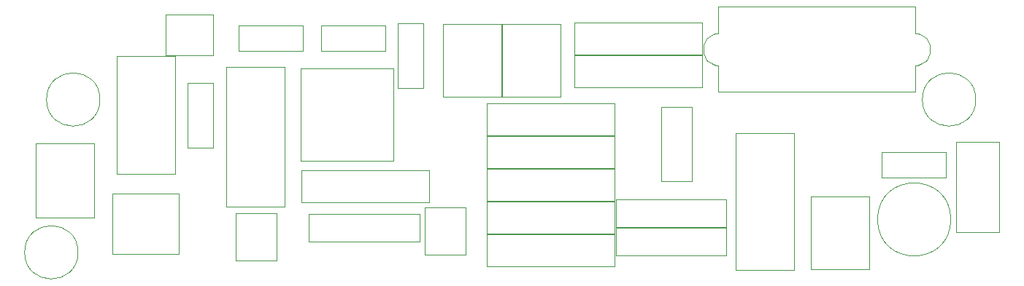
<source format=gbr>
G04 #@! TF.GenerationSoftware,KiCad,Pcbnew,5.1.5-1.fc31*
G04 #@! TF.CreationDate,2020-04-28T16:34:52+01:00*
G04 #@! TF.ProjectId,ReversingCam_FSAV433_v3.1,52657665-7273-4696-9e67-43616d5f4653,V3.1*
G04 #@! TF.SameCoordinates,Original*
G04 #@! TF.FileFunction,Other,User*
%FSLAX46Y46*%
G04 Gerber Fmt 4.6, Leading zero omitted, Abs format (unit mm)*
G04 Created by KiCad (PCBNEW 5.1.5-1.fc31) date 2020-04-28 16:34:52*
%MOMM*%
%LPD*%
G04 APERTURE LIST*
%ADD10C,0.050000*%
G04 APERTURE END LIST*
D10*
X36790000Y-47300000D02*
X36790000Y-54300000D01*
X44490000Y-47300000D02*
X44490000Y-54300000D01*
X44490000Y-54300000D02*
X36790000Y-54300000D01*
X44490000Y-47300000D02*
X36790000Y-47300000D01*
X58908000Y-30710000D02*
X58908000Y-27710000D01*
X58908000Y-27710000D02*
X51408000Y-27710000D01*
X51408000Y-27710000D02*
X51408000Y-30710000D01*
X51408000Y-30710000D02*
X58908000Y-30710000D01*
X58648000Y-32690000D02*
X58648000Y-43490000D01*
X58648000Y-43490000D02*
X69348000Y-43490000D01*
X69348000Y-43490000D02*
X69348000Y-32690000D01*
X69348000Y-32690000D02*
X58648000Y-32690000D01*
X56760000Y-32520000D02*
X49960000Y-32520000D01*
X49960000Y-32520000D02*
X49960000Y-48760000D01*
X49960000Y-48760000D02*
X56760000Y-48760000D01*
X56760000Y-48760000D02*
X56760000Y-32520000D01*
X115880000Y-40230000D02*
X109130000Y-40230000D01*
X109130000Y-40230000D02*
X109130000Y-56130000D01*
X109130000Y-56130000D02*
X115880000Y-56130000D01*
X115880000Y-56130000D02*
X115880000Y-40230000D01*
X134044000Y-50272000D02*
G75*
G03X134044000Y-50272000I-4250000J0D01*
G01*
X126004000Y-42442000D02*
X126004000Y-45442000D01*
X126004000Y-45442000D02*
X133504000Y-45442000D01*
X133504000Y-45442000D02*
X133504000Y-42442000D01*
X133504000Y-42442000D02*
X126004000Y-42442000D01*
X72874000Y-34952000D02*
X72874000Y-27452000D01*
X69874000Y-34952000D02*
X72874000Y-34952000D01*
X69874000Y-27452000D02*
X69874000Y-34952000D01*
X72874000Y-27452000D02*
X69874000Y-27452000D01*
X60980000Y-27710000D02*
X60980000Y-30710000D01*
X60980000Y-30710000D02*
X68480000Y-30710000D01*
X68480000Y-30710000D02*
X68480000Y-27710000D01*
X68480000Y-27710000D02*
X60980000Y-27710000D01*
X45490000Y-34390000D02*
X45490000Y-41890000D01*
X48490000Y-34390000D02*
X45490000Y-34390000D01*
X48490000Y-41890000D02*
X48490000Y-34390000D01*
X45490000Y-41890000D02*
X48490000Y-41890000D01*
X44060000Y-31250000D02*
X37260000Y-31250000D01*
X37260000Y-31250000D02*
X37260000Y-44950000D01*
X37260000Y-44950000D02*
X44060000Y-44950000D01*
X44060000Y-44950000D02*
X44060000Y-31250000D01*
X34662000Y-41410000D02*
X27862000Y-41410000D01*
X27862000Y-41410000D02*
X27862000Y-50030000D01*
X27862000Y-50030000D02*
X34662000Y-50030000D01*
X34662000Y-50030000D02*
X34662000Y-41410000D01*
X117800000Y-56036000D02*
X124550000Y-56036000D01*
X124550000Y-56036000D02*
X124550000Y-47636000D01*
X124550000Y-47636000D02*
X117800000Y-47636000D01*
X117800000Y-47636000D02*
X117800000Y-56036000D01*
X55816000Y-49594000D02*
X55816000Y-55054000D01*
X55816000Y-49594000D02*
X51076000Y-49594000D01*
X51076000Y-55054000D02*
X55816000Y-55054000D01*
X51076000Y-55054000D02*
X51076000Y-49594000D01*
X80230000Y-51888000D02*
X95030000Y-51888000D01*
X80230000Y-48188000D02*
X80230000Y-51888000D01*
X95030000Y-48188000D02*
X80230000Y-48188000D01*
X95030000Y-51888000D02*
X95030000Y-48188000D01*
X95030000Y-51998000D02*
X80230000Y-51998000D01*
X95030000Y-55698000D02*
X95030000Y-51998000D01*
X80230000Y-55698000D02*
X95030000Y-55698000D01*
X80230000Y-51998000D02*
X80230000Y-55698000D01*
X42990000Y-26480000D02*
X48450000Y-26480000D01*
X42990000Y-26480000D02*
X42990000Y-31220000D01*
X48450000Y-31220000D02*
X48450000Y-26480000D01*
X48450000Y-31220000D02*
X42990000Y-31220000D01*
X134660000Y-41230000D02*
X134660000Y-51730000D01*
X139660000Y-41230000D02*
X139660000Y-51730000D01*
X139660000Y-41230000D02*
X134660000Y-41230000D01*
X139660000Y-51730000D02*
X134660000Y-51730000D01*
X95030000Y-44378000D02*
X80230000Y-44378000D01*
X95030000Y-48078000D02*
X95030000Y-44378000D01*
X80230000Y-48078000D02*
X95030000Y-48078000D01*
X80230000Y-44378000D02*
X80230000Y-48078000D01*
X80230000Y-44268000D02*
X95030000Y-44268000D01*
X80230000Y-40568000D02*
X80230000Y-44268000D01*
X95030000Y-40568000D02*
X80230000Y-40568000D01*
X95030000Y-44268000D02*
X95030000Y-40568000D01*
X73503500Y-48268500D02*
X73503500Y-44568500D01*
X73503500Y-44568500D02*
X58703500Y-44568500D01*
X58703500Y-44568500D02*
X58703500Y-48268500D01*
X58703500Y-48268500D02*
X73503500Y-48268500D01*
X95030000Y-40458000D02*
X95030000Y-36758000D01*
X95030000Y-36758000D02*
X80230000Y-36758000D01*
X80230000Y-36758000D02*
X80230000Y-40458000D01*
X80230000Y-40458000D02*
X95030000Y-40458000D01*
X90390000Y-34870000D02*
X105190000Y-34870000D01*
X90390000Y-31170000D02*
X90390000Y-34870000D01*
X105190000Y-31170000D02*
X90390000Y-31170000D01*
X105190000Y-34870000D02*
X105190000Y-31170000D01*
X129944000Y-25530000D02*
X129944000Y-28630000D01*
X107044000Y-25530000D02*
X129944000Y-25530000D01*
X129944000Y-35430000D02*
X107044000Y-35430000D01*
X129944000Y-32330000D02*
X129944000Y-35430000D01*
X107044000Y-32330000D02*
X107044000Y-35430000D01*
X107044000Y-28630000D02*
X107044000Y-25530000D01*
X107044000Y-32330000D02*
X106794000Y-32330000D01*
X105344000Y-30030000D02*
X105344000Y-30930000D01*
X105344000Y-30930000D02*
X105744000Y-31730000D01*
X105744000Y-31730000D02*
X106444000Y-32230000D01*
X106444000Y-32230000D02*
X106794000Y-32330000D01*
X107044000Y-28630000D02*
X106794000Y-28630000D01*
X106794000Y-28630000D02*
X106444000Y-28730000D01*
X106444000Y-28730000D02*
X105744000Y-29230000D01*
X105744000Y-29230000D02*
X105344000Y-30030000D01*
X129944000Y-32330000D02*
X130194000Y-32330000D01*
X130194000Y-32330000D02*
X130544000Y-32230000D01*
X130544000Y-32230000D02*
X131244000Y-31730000D01*
X131644000Y-30930000D02*
X131644000Y-30030000D01*
X131244000Y-29230000D02*
X130544000Y-28730000D01*
X130544000Y-28730000D02*
X130194000Y-28630000D01*
X130194000Y-28630000D02*
X129944000Y-28630000D01*
X131244000Y-29230000D02*
X131644000Y-30030000D01*
X131644000Y-30930000D02*
X131244000Y-31730000D01*
X59546500Y-49644500D02*
X59546500Y-52844500D01*
X59546500Y-52844500D02*
X72406500Y-52844500D01*
X72406500Y-52844500D02*
X72406500Y-49644500D01*
X72406500Y-49644500D02*
X59546500Y-49644500D01*
X108030000Y-51232000D02*
X95170000Y-51232000D01*
X108030000Y-54432000D02*
X108030000Y-51232000D01*
X95170000Y-54432000D02*
X108030000Y-54432000D01*
X95170000Y-51232000D02*
X95170000Y-54432000D01*
X95170000Y-47930000D02*
X95170000Y-51130000D01*
X95170000Y-51130000D02*
X108030000Y-51130000D01*
X108030000Y-51130000D02*
X108030000Y-47930000D01*
X108030000Y-47930000D02*
X95170000Y-47930000D01*
X77723500Y-48895500D02*
X77723500Y-54355500D01*
X77723500Y-48895500D02*
X72983500Y-48895500D01*
X72983500Y-54355500D02*
X77723500Y-54355500D01*
X72983500Y-54355500D02*
X72983500Y-48895500D01*
X32800000Y-54100000D02*
G75*
G03X32800000Y-54100000I-3100000J0D01*
G01*
X35340000Y-36320000D02*
G75*
G03X35340000Y-36320000I-3100000J0D01*
G01*
X136940000Y-36320000D02*
G75*
G03X136940000Y-36320000I-3100000J0D01*
G01*
X104035000Y-45805500D02*
X104035000Y-37155500D01*
X104035000Y-37155500D02*
X100435000Y-37155500D01*
X100435000Y-37155500D02*
X100435000Y-45805500D01*
X100435000Y-45805500D02*
X104035000Y-45805500D01*
X105190000Y-31060000D02*
X105190000Y-27360000D01*
X105190000Y-27360000D02*
X90390000Y-27360000D01*
X90390000Y-27360000D02*
X90390000Y-31060000D01*
X90390000Y-31060000D02*
X105190000Y-31060000D01*
X75128000Y-27570000D02*
X75128000Y-35970000D01*
X81878000Y-27570000D02*
X75128000Y-27570000D01*
X81878000Y-35970000D02*
X81878000Y-27570000D01*
X75128000Y-35970000D02*
X81878000Y-35970000D01*
X81986000Y-35970000D02*
X88736000Y-35970000D01*
X88736000Y-35970000D02*
X88736000Y-27570000D01*
X88736000Y-27570000D02*
X81986000Y-27570000D01*
X81986000Y-27570000D02*
X81986000Y-35970000D01*
M02*

</source>
